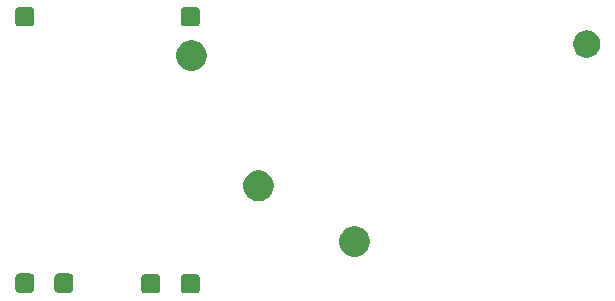
<source format=gbr>
G04 #@! TF.GenerationSoftware,KiCad,Pcbnew,(5.1.4)-1*
G04 #@! TF.CreationDate,2020-07-19T23:59:32-07:00*
G04 #@! TF.ProjectId,Main Board,4d61696e-2042-46f6-9172-642e6b696361,rev?*
G04 #@! TF.SameCoordinates,Original*
G04 #@! TF.FileFunction,Soldermask,Bot*
G04 #@! TF.FilePolarity,Negative*
%FSLAX46Y46*%
G04 Gerber Fmt 4.6, Leading zero omitted, Abs format (unit mm)*
G04 Created by KiCad (PCBNEW (5.1.4)-1) date 2020-07-19 23:59:32*
%MOMM*%
%LPD*%
G04 APERTURE LIST*
%ADD10C,0.100000*%
G04 APERTURE END LIST*
D10*
G36*
X145325993Y-107174203D02*
G01*
X145390411Y-107193744D01*
X145449781Y-107225478D01*
X145501817Y-107268183D01*
X145544522Y-107320219D01*
X145576256Y-107379589D01*
X145595797Y-107444007D01*
X145603000Y-107517140D01*
X145603000Y-108442860D01*
X145595797Y-108515993D01*
X145576256Y-108580411D01*
X145544522Y-108639781D01*
X145501817Y-108691817D01*
X145449781Y-108734522D01*
X145390411Y-108766256D01*
X145325993Y-108785797D01*
X145252860Y-108793000D01*
X144327140Y-108793000D01*
X144254007Y-108785797D01*
X144189589Y-108766256D01*
X144130219Y-108734522D01*
X144078183Y-108691817D01*
X144035478Y-108639781D01*
X144003744Y-108580411D01*
X143984203Y-108515993D01*
X143977000Y-108442860D01*
X143977000Y-107517140D01*
X143984203Y-107444007D01*
X144003744Y-107379589D01*
X144035478Y-107320219D01*
X144078183Y-107268183D01*
X144130219Y-107225478D01*
X144189589Y-107193744D01*
X144254007Y-107174203D01*
X144327140Y-107167000D01*
X145252860Y-107167000D01*
X145325993Y-107174203D01*
X145325993Y-107174203D01*
G37*
G36*
X148675993Y-107174203D02*
G01*
X148740411Y-107193744D01*
X148799781Y-107225478D01*
X148851817Y-107268183D01*
X148894522Y-107320219D01*
X148926256Y-107379589D01*
X148945797Y-107444007D01*
X148953000Y-107517140D01*
X148953000Y-108442860D01*
X148945797Y-108515993D01*
X148926256Y-108580411D01*
X148894522Y-108639781D01*
X148851817Y-108691817D01*
X148799781Y-108734522D01*
X148740411Y-108766256D01*
X148675993Y-108785797D01*
X148602860Y-108793000D01*
X147677140Y-108793000D01*
X147604007Y-108785797D01*
X147539589Y-108766256D01*
X147480219Y-108734522D01*
X147428183Y-108691817D01*
X147385478Y-108639781D01*
X147353744Y-108580411D01*
X147334203Y-108515993D01*
X147327000Y-108442860D01*
X147327000Y-107517140D01*
X147334203Y-107444007D01*
X147353744Y-107379589D01*
X147385478Y-107320219D01*
X147428183Y-107268183D01*
X147480219Y-107225478D01*
X147539589Y-107193744D01*
X147604007Y-107174203D01*
X147677140Y-107167000D01*
X148602860Y-107167000D01*
X148675993Y-107174203D01*
X148675993Y-107174203D01*
G37*
G36*
X134675993Y-107124203D02*
G01*
X134740411Y-107143744D01*
X134799781Y-107175478D01*
X134851817Y-107218183D01*
X134894522Y-107270219D01*
X134926256Y-107329589D01*
X134945797Y-107394007D01*
X134953000Y-107467140D01*
X134953000Y-108392860D01*
X134945797Y-108465993D01*
X134926256Y-108530411D01*
X134894522Y-108589781D01*
X134851817Y-108641817D01*
X134799781Y-108684522D01*
X134740411Y-108716256D01*
X134675993Y-108735797D01*
X134602860Y-108743000D01*
X133677140Y-108743000D01*
X133604007Y-108735797D01*
X133539589Y-108716256D01*
X133480219Y-108684522D01*
X133428183Y-108641817D01*
X133385478Y-108589781D01*
X133353744Y-108530411D01*
X133334203Y-108465993D01*
X133327000Y-108392860D01*
X133327000Y-107467140D01*
X133334203Y-107394007D01*
X133353744Y-107329589D01*
X133385478Y-107270219D01*
X133428183Y-107218183D01*
X133480219Y-107175478D01*
X133539589Y-107143744D01*
X133604007Y-107124203D01*
X133677140Y-107117000D01*
X134602860Y-107117000D01*
X134675993Y-107124203D01*
X134675993Y-107124203D01*
G37*
G36*
X137975993Y-107124203D02*
G01*
X138040411Y-107143744D01*
X138099781Y-107175478D01*
X138151817Y-107218183D01*
X138194522Y-107270219D01*
X138226256Y-107329589D01*
X138245797Y-107394007D01*
X138253000Y-107467140D01*
X138253000Y-108392860D01*
X138245797Y-108465993D01*
X138226256Y-108530411D01*
X138194522Y-108589781D01*
X138151817Y-108641817D01*
X138099781Y-108684522D01*
X138040411Y-108716256D01*
X137975993Y-108735797D01*
X137902860Y-108743000D01*
X136977140Y-108743000D01*
X136904007Y-108735797D01*
X136839589Y-108716256D01*
X136780219Y-108684522D01*
X136728183Y-108641817D01*
X136685478Y-108589781D01*
X136653744Y-108530411D01*
X136634203Y-108465993D01*
X136627000Y-108392860D01*
X136627000Y-107467140D01*
X136634203Y-107394007D01*
X136653744Y-107329589D01*
X136685478Y-107270219D01*
X136728183Y-107218183D01*
X136780219Y-107175478D01*
X136839589Y-107143744D01*
X136904007Y-107124203D01*
X136977140Y-107117000D01*
X137902860Y-107117000D01*
X137975993Y-107124203D01*
X137975993Y-107124203D01*
G37*
G36*
X162439487Y-103148996D02*
G01*
X162676253Y-103247068D01*
X162676255Y-103247069D01*
X162889339Y-103389447D01*
X163070553Y-103570661D01*
X163212932Y-103783747D01*
X163311004Y-104020513D01*
X163361000Y-104271861D01*
X163361000Y-104528139D01*
X163311004Y-104779487D01*
X163212932Y-105016253D01*
X163212931Y-105016255D01*
X163070553Y-105229339D01*
X162889339Y-105410553D01*
X162676255Y-105552931D01*
X162676254Y-105552932D01*
X162676253Y-105552932D01*
X162439487Y-105651004D01*
X162188139Y-105701000D01*
X161931861Y-105701000D01*
X161680513Y-105651004D01*
X161443747Y-105552932D01*
X161443746Y-105552932D01*
X161443745Y-105552931D01*
X161230661Y-105410553D01*
X161049447Y-105229339D01*
X160907069Y-105016255D01*
X160907068Y-105016253D01*
X160808996Y-104779487D01*
X160759000Y-104528139D01*
X160759000Y-104271861D01*
X160808996Y-104020513D01*
X160907068Y-103783747D01*
X161049447Y-103570661D01*
X161230661Y-103389447D01*
X161443745Y-103247069D01*
X161443747Y-103247068D01*
X161680513Y-103148996D01*
X161931861Y-103099000D01*
X162188139Y-103099000D01*
X162439487Y-103148996D01*
X162439487Y-103148996D01*
G37*
G36*
X154299487Y-98448996D02*
G01*
X154536253Y-98547068D01*
X154536255Y-98547069D01*
X154749339Y-98689447D01*
X154930553Y-98870661D01*
X155072932Y-99083747D01*
X155171004Y-99320513D01*
X155221000Y-99571861D01*
X155221000Y-99828139D01*
X155171004Y-100079487D01*
X155072932Y-100316253D01*
X155072931Y-100316255D01*
X154930553Y-100529339D01*
X154749339Y-100710553D01*
X154536255Y-100852931D01*
X154536254Y-100852932D01*
X154536253Y-100852932D01*
X154299487Y-100951004D01*
X154048139Y-101001000D01*
X153791861Y-101001000D01*
X153540513Y-100951004D01*
X153303747Y-100852932D01*
X153303746Y-100852932D01*
X153303745Y-100852931D01*
X153090661Y-100710553D01*
X152909447Y-100529339D01*
X152767069Y-100316255D01*
X152767068Y-100316253D01*
X152668996Y-100079487D01*
X152619000Y-99828139D01*
X152619000Y-99571861D01*
X152668996Y-99320513D01*
X152767068Y-99083747D01*
X152909447Y-98870661D01*
X153090661Y-98689447D01*
X153303745Y-98547069D01*
X153303747Y-98547068D01*
X153540513Y-98448996D01*
X153791861Y-98399000D01*
X154048139Y-98399000D01*
X154299487Y-98448996D01*
X154299487Y-98448996D01*
G37*
G36*
X148629487Y-87408996D02*
G01*
X148866253Y-87507068D01*
X148866255Y-87507069D01*
X149079339Y-87649447D01*
X149260553Y-87830661D01*
X149390896Y-88025733D01*
X149402932Y-88043747D01*
X149501004Y-88280513D01*
X149551000Y-88531861D01*
X149551000Y-88788139D01*
X149501004Y-89039487D01*
X149402932Y-89276253D01*
X149402931Y-89276255D01*
X149260553Y-89489339D01*
X149079339Y-89670553D01*
X148866255Y-89812931D01*
X148866254Y-89812932D01*
X148866253Y-89812932D01*
X148629487Y-89911004D01*
X148378139Y-89961000D01*
X148121861Y-89961000D01*
X147870513Y-89911004D01*
X147633747Y-89812932D01*
X147633746Y-89812932D01*
X147633745Y-89812931D01*
X147420661Y-89670553D01*
X147239447Y-89489339D01*
X147097069Y-89276255D01*
X147097068Y-89276253D01*
X146998996Y-89039487D01*
X146949000Y-88788139D01*
X146949000Y-88531861D01*
X146998996Y-88280513D01*
X147097068Y-88043747D01*
X147109105Y-88025733D01*
X147239447Y-87830661D01*
X147420661Y-87649447D01*
X147633745Y-87507069D01*
X147633747Y-87507068D01*
X147870513Y-87408996D01*
X148121861Y-87359000D01*
X148378139Y-87359000D01*
X148629487Y-87408996D01*
X148629487Y-87408996D01*
G37*
G36*
X181924549Y-86561116D02*
G01*
X182035734Y-86583232D01*
X182245203Y-86669997D01*
X182433720Y-86795960D01*
X182594040Y-86956280D01*
X182720003Y-87144797D01*
X182806768Y-87354266D01*
X182851000Y-87576636D01*
X182851000Y-87803364D01*
X182806768Y-88025734D01*
X182720003Y-88235203D01*
X182594040Y-88423720D01*
X182433720Y-88584040D01*
X182245203Y-88710003D01*
X182035734Y-88796768D01*
X181924549Y-88818884D01*
X181813365Y-88841000D01*
X181586635Y-88841000D01*
X181475451Y-88818884D01*
X181364266Y-88796768D01*
X181154797Y-88710003D01*
X180966280Y-88584040D01*
X180805960Y-88423720D01*
X180679997Y-88235203D01*
X180593232Y-88025734D01*
X180549000Y-87803364D01*
X180549000Y-87576636D01*
X180593232Y-87354266D01*
X180679997Y-87144797D01*
X180805960Y-86956280D01*
X180966280Y-86795960D01*
X181154797Y-86669997D01*
X181364266Y-86583232D01*
X181475451Y-86561116D01*
X181586635Y-86539000D01*
X181813365Y-86539000D01*
X181924549Y-86561116D01*
X181924549Y-86561116D01*
G37*
G36*
X134675993Y-84574203D02*
G01*
X134740411Y-84593744D01*
X134799781Y-84625478D01*
X134851817Y-84668183D01*
X134894522Y-84720219D01*
X134926256Y-84779589D01*
X134945797Y-84844007D01*
X134953000Y-84917140D01*
X134953000Y-85842860D01*
X134945797Y-85915993D01*
X134926256Y-85980411D01*
X134894522Y-86039781D01*
X134851817Y-86091817D01*
X134799781Y-86134522D01*
X134740411Y-86166256D01*
X134675993Y-86185797D01*
X134602860Y-86193000D01*
X133677140Y-86193000D01*
X133604007Y-86185797D01*
X133539589Y-86166256D01*
X133480219Y-86134522D01*
X133428183Y-86091817D01*
X133385478Y-86039781D01*
X133353744Y-85980411D01*
X133334203Y-85915993D01*
X133327000Y-85842860D01*
X133327000Y-84917140D01*
X133334203Y-84844007D01*
X133353744Y-84779589D01*
X133385478Y-84720219D01*
X133428183Y-84668183D01*
X133480219Y-84625478D01*
X133539589Y-84593744D01*
X133604007Y-84574203D01*
X133677140Y-84567000D01*
X134602860Y-84567000D01*
X134675993Y-84574203D01*
X134675993Y-84574203D01*
G37*
G36*
X148675993Y-84574203D02*
G01*
X148740411Y-84593744D01*
X148799781Y-84625478D01*
X148851817Y-84668183D01*
X148894522Y-84720219D01*
X148926256Y-84779589D01*
X148945797Y-84844007D01*
X148953000Y-84917140D01*
X148953000Y-85842860D01*
X148945797Y-85915993D01*
X148926256Y-85980411D01*
X148894522Y-86039781D01*
X148851817Y-86091817D01*
X148799781Y-86134522D01*
X148740411Y-86166256D01*
X148675993Y-86185797D01*
X148602860Y-86193000D01*
X147677140Y-86193000D01*
X147604007Y-86185797D01*
X147539589Y-86166256D01*
X147480219Y-86134522D01*
X147428183Y-86091817D01*
X147385478Y-86039781D01*
X147353744Y-85980411D01*
X147334203Y-85915993D01*
X147327000Y-85842860D01*
X147327000Y-84917140D01*
X147334203Y-84844007D01*
X147353744Y-84779589D01*
X147385478Y-84720219D01*
X147428183Y-84668183D01*
X147480219Y-84625478D01*
X147539589Y-84593744D01*
X147604007Y-84574203D01*
X147677140Y-84567000D01*
X148602860Y-84567000D01*
X148675993Y-84574203D01*
X148675993Y-84574203D01*
G37*
M02*

</source>
